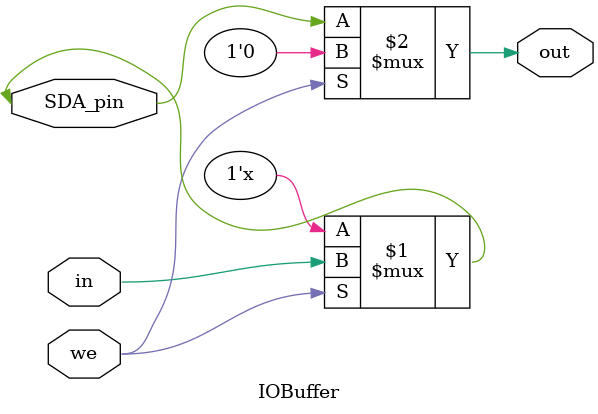
<source format=sv>
module IOBuffer(input in, input we, output out, inout SDA_pin);
	
	assign SDA_pin = (we) ? in : 1'bz;
    assign out = (we) ? 1'b0 : SDA_pin;

endmodule
</source>
